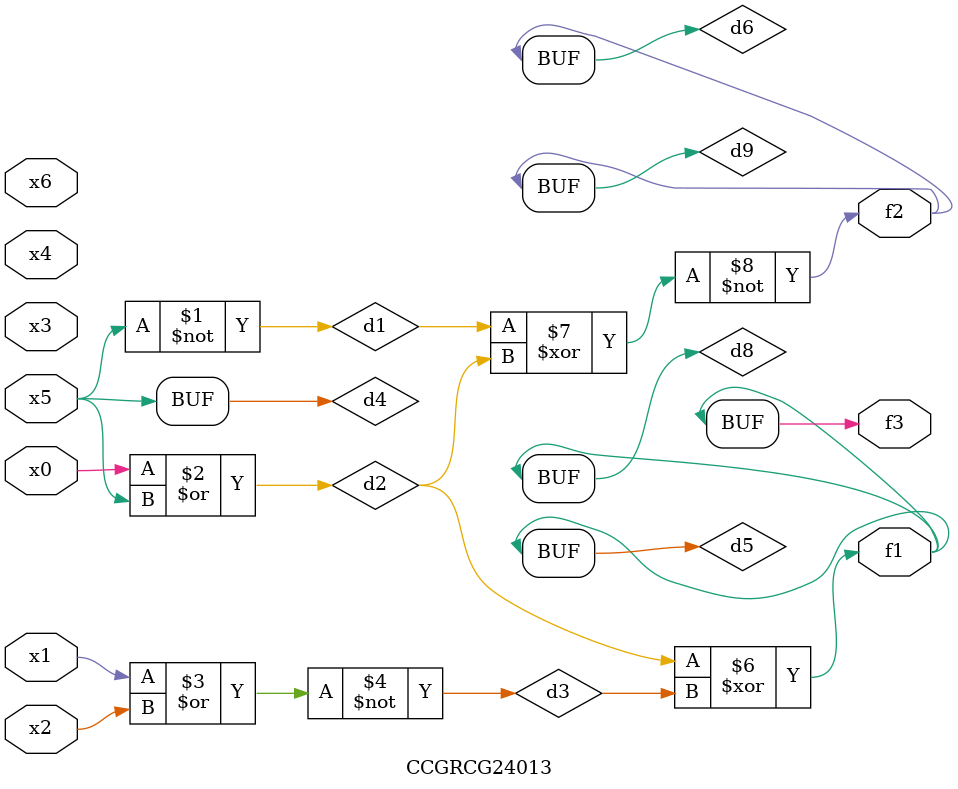
<source format=v>
module CCGRCG24013(
	input x0, x1, x2, x3, x4, x5, x6,
	output f1, f2, f3
);

	wire d1, d2, d3, d4, d5, d6, d7, d8, d9;

	nand (d1, x5);
	or (d2, x0, x5);
	nor (d3, x1, x2);
	xnor (d4, d1);
	xor (d5, d2, d3);
	xnor (d6, d1, d2);
	not (d7, x4);
	buf (d8, d5);
	xor (d9, d6);
	assign f1 = d8;
	assign f2 = d9;
	assign f3 = d8;
endmodule

</source>
